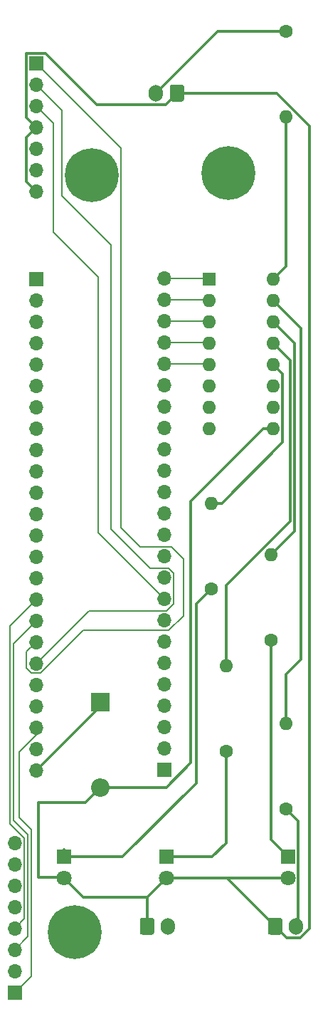
<source format=gtl>
G04 #@! TF.GenerationSoftware,KiCad,Pcbnew,(5.1.10-1-10_14)*
G04 #@! TF.CreationDate,2021-07-19T21:53:09+01:00*
G04 #@! TF.ProjectId,sofbpcb,736f6662-7063-4622-9e6b-696361645f70,1*
G04 #@! TF.SameCoordinates,Original*
G04 #@! TF.FileFunction,Copper,L1,Top*
G04 #@! TF.FilePolarity,Positive*
%FSLAX46Y46*%
G04 Gerber Fmt 4.6, Leading zero omitted, Abs format (unit mm)*
G04 Created by KiCad (PCBNEW (5.1.10-1-10_14)) date 2021-07-19 21:53:09*
%MOMM*%
%LPD*%
G01*
G04 APERTURE LIST*
G04 #@! TA.AperFunction,ComponentPad*
%ADD10C,6.400000*%
G04 #@! TD*
G04 #@! TA.AperFunction,ComponentPad*
%ADD11R,1.700000X1.700000*%
G04 #@! TD*
G04 #@! TA.AperFunction,ComponentPad*
%ADD12O,1.700000X1.700000*%
G04 #@! TD*
G04 #@! TA.AperFunction,ComponentPad*
%ADD13O,1.700000X2.000000*%
G04 #@! TD*
G04 #@! TA.AperFunction,ComponentPad*
%ADD14C,1.600000*%
G04 #@! TD*
G04 #@! TA.AperFunction,ComponentPad*
%ADD15O,1.600000X1.600000*%
G04 #@! TD*
G04 #@! TA.AperFunction,ComponentPad*
%ADD16R,1.600000X1.600000*%
G04 #@! TD*
G04 #@! TA.AperFunction,ComponentPad*
%ADD17R,2.200000X2.200000*%
G04 #@! TD*
G04 #@! TA.AperFunction,ComponentPad*
%ADD18O,2.200000X2.200000*%
G04 #@! TD*
G04 #@! TA.AperFunction,ComponentPad*
%ADD19R,1.800000X1.800000*%
G04 #@! TD*
G04 #@! TA.AperFunction,ComponentPad*
%ADD20C,1.800000*%
G04 #@! TD*
G04 #@! TA.AperFunction,Conductor*
%ADD21C,0.300000*%
G04 #@! TD*
G04 #@! TA.AperFunction,Conductor*
%ADD22C,0.200000*%
G04 #@! TD*
G04 #@! TA.AperFunction,Conductor*
%ADD23C,0.250000*%
G04 #@! TD*
G04 APERTURE END LIST*
D10*
X127754000Y-55246000D03*
X111500000Y-55500000D03*
X109500000Y-145500000D03*
D11*
X104902000Y-42164000D03*
D12*
X104902000Y-44704000D03*
X104902000Y-47244000D03*
X104902000Y-49784000D03*
X104902000Y-52324000D03*
X104902000Y-54864000D03*
X104902000Y-57404000D03*
D13*
X120610000Y-144780000D03*
G04 #@! TA.AperFunction,ComponentPad*
G36*
G01*
X117260000Y-145530000D02*
X117260000Y-144030000D01*
G75*
G02*
X117510000Y-143780000I250000J0D01*
G01*
X118710000Y-143780000D01*
G75*
G02*
X118960000Y-144030000I0J-250000D01*
G01*
X118960000Y-145530000D01*
G75*
G02*
X118710000Y-145780000I-250000J0D01*
G01*
X117510000Y-145780000D01*
G75*
G02*
X117260000Y-145530000I0J250000D01*
G01*
G37*
G04 #@! TD.AperFunction*
G04 #@! TA.AperFunction,ComponentPad*
G36*
G01*
X122516000Y-44970000D02*
X122516000Y-46470000D01*
G75*
G02*
X122266000Y-46720000I-250000J0D01*
G01*
X121066000Y-46720000D01*
G75*
G02*
X120816000Y-46470000I0J250000D01*
G01*
X120816000Y-44970000D01*
G75*
G02*
X121066000Y-44720000I250000J0D01*
G01*
X122266000Y-44720000D01*
G75*
G02*
X122516000Y-44970000I0J-250000D01*
G01*
G37*
G04 #@! TD.AperFunction*
X119166000Y-45720000D03*
G04 #@! TA.AperFunction,ComponentPad*
G36*
G01*
X132500000Y-145530000D02*
X132500000Y-144030000D01*
G75*
G02*
X132750000Y-143780000I250000J0D01*
G01*
X133950000Y-143780000D01*
G75*
G02*
X134200000Y-144030000I0J-250000D01*
G01*
X134200000Y-145530000D01*
G75*
G02*
X133950000Y-145780000I-250000J0D01*
G01*
X132750000Y-145780000D01*
G75*
G02*
X132500000Y-145530000I0J250000D01*
G01*
G37*
G04 #@! TD.AperFunction*
X135850000Y-144780000D03*
D11*
X104902000Y-67818000D03*
D12*
X104902000Y-70358000D03*
X104902000Y-72898000D03*
X104902000Y-75438000D03*
X104902000Y-77978000D03*
X104902000Y-80518000D03*
X104902000Y-83058000D03*
X104902000Y-85598000D03*
X104902000Y-88138000D03*
X104902000Y-90678000D03*
X104902000Y-93218000D03*
X104902000Y-95758000D03*
X104902000Y-98298000D03*
X104902000Y-100838000D03*
X104902000Y-103378000D03*
X104902000Y-105918000D03*
X104902000Y-108458000D03*
X104902000Y-110998000D03*
X104902000Y-113538000D03*
X104902000Y-116078000D03*
X104902000Y-118618000D03*
X104902000Y-121158000D03*
X104902000Y-123698000D03*
X104902000Y-126238000D03*
X120142000Y-67798000D03*
X120142000Y-70338000D03*
X120142000Y-72878000D03*
X120142000Y-75418000D03*
X120142000Y-77958000D03*
X120142000Y-80498000D03*
X120142000Y-83038000D03*
X120142000Y-85578000D03*
X120142000Y-88118000D03*
X120142000Y-90658000D03*
X120142000Y-93198000D03*
X120142000Y-95738000D03*
X120142000Y-98278000D03*
X120142000Y-100818000D03*
X120142000Y-103358000D03*
X120142000Y-105898000D03*
X120142000Y-108438000D03*
X120142000Y-110978000D03*
X120142000Y-113518000D03*
X120142000Y-116058000D03*
X120142000Y-118598000D03*
X120142000Y-121138000D03*
X120142000Y-123678000D03*
D11*
X120142000Y-126218000D03*
D14*
X134620000Y-38354000D03*
D15*
X134620000Y-48514000D03*
X132842000Y-100584000D03*
D14*
X132842000Y-110744000D03*
X127508000Y-123952000D03*
D15*
X127508000Y-113792000D03*
X125730000Y-94488000D03*
D14*
X125730000Y-104648000D03*
X134620000Y-130810000D03*
D15*
X134620000Y-120650000D03*
D16*
X125476000Y-67818000D03*
D15*
X133096000Y-85598000D03*
X125476000Y-70358000D03*
X133096000Y-83058000D03*
X125476000Y-72898000D03*
X133096000Y-80518000D03*
X125476000Y-75438000D03*
X133096000Y-77978000D03*
X125476000Y-77978000D03*
X133096000Y-75438000D03*
X125476000Y-80518000D03*
X133096000Y-72898000D03*
X125476000Y-83058000D03*
X133096000Y-70358000D03*
X125476000Y-85598000D03*
X133096000Y-67818000D03*
D11*
X102362000Y-152654000D03*
D12*
X102362000Y-150114000D03*
X102362000Y-147574000D03*
X102362000Y-145034000D03*
X102362000Y-142494000D03*
X102362000Y-139954000D03*
X102362000Y-137414000D03*
X102362000Y-134874000D03*
D17*
X112522000Y-118110000D03*
D18*
X112522000Y-128270000D03*
D19*
X134874000Y-136500000D03*
D20*
X134874000Y-139040000D03*
X120396000Y-139040000D03*
D19*
X120396000Y-136500000D03*
X108204000Y-136500000D03*
D20*
X108204000Y-139040000D03*
D21*
X112522000Y-118618000D02*
X104902000Y-126238000D01*
X112522000Y-118110000D02*
X112522000Y-118618000D01*
X120610000Y-139254000D02*
X120396000Y-139040000D01*
X118110000Y-141326000D02*
X120396000Y-139040000D01*
X127610000Y-139040000D02*
X133350000Y-144780000D01*
X120396000Y-139040000D02*
X127610000Y-139040000D01*
X120396000Y-139040000D02*
X134874000Y-139040000D01*
X110744000Y-130048000D02*
X112522000Y-128270000D01*
X105156000Y-130048000D02*
X110744000Y-130048000D01*
X108102000Y-138938000D02*
X108204000Y-139040000D01*
X105156000Y-138938000D02*
X108102000Y-138938000D01*
X105156000Y-138938000D02*
X105156000Y-130048000D01*
X136347060Y-146130010D02*
X137414000Y-145063070D01*
X134700010Y-146130010D02*
X136347060Y-146130010D01*
X133350000Y-144780000D02*
X134700010Y-146130010D01*
X137414000Y-49605998D02*
X133528002Y-45720000D01*
X137414000Y-145063070D02*
X137414000Y-49605998D01*
X133528002Y-45720000D02*
X121666000Y-45720000D01*
X103701999Y-48583999D02*
X104902000Y-49784000D01*
X103701999Y-41033999D02*
X103701999Y-48583999D01*
X103771999Y-40963999D02*
X103701999Y-41033999D01*
X112138012Y-47070010D02*
X106032001Y-40963999D01*
X120315990Y-47070010D02*
X112138012Y-47070010D01*
X106032001Y-40963999D02*
X103771999Y-40963999D01*
X121666000Y-45720000D02*
X120315990Y-47070010D01*
X131964630Y-85598000D02*
X123328630Y-94234000D01*
X133096000Y-85598000D02*
X131964630Y-85598000D01*
X120420002Y-128270000D02*
X112522000Y-128270000D01*
X123328630Y-125361372D02*
X120420002Y-128270000D01*
X123328630Y-94234000D02*
X123328630Y-125361372D01*
X103701999Y-56203999D02*
X104902000Y-57404000D01*
X103701999Y-50984001D02*
X103701999Y-56203999D01*
X104902000Y-49784000D02*
X103701999Y-50984001D01*
X118110000Y-144780000D02*
X118110000Y-141326000D01*
X110490000Y-141326000D02*
X108204000Y-139040000D01*
X118110000Y-141326000D02*
X110490000Y-141326000D01*
X132842000Y-134468000D02*
X134874000Y-136500000D01*
X132842000Y-110744000D02*
X132842000Y-134468000D01*
X120396000Y-136500000D02*
X125882000Y-136500000D01*
X127508000Y-134874000D02*
X127508000Y-123952000D01*
X125882000Y-136500000D02*
X127508000Y-134874000D01*
X108204000Y-136500000D02*
X108204000Y-135636000D01*
X123952000Y-106426000D02*
X125730000Y-104648000D01*
X123952000Y-127762000D02*
X123952000Y-106426000D01*
X115214000Y-136500000D02*
X123952000Y-127762000D01*
X108204000Y-136500000D02*
X115214000Y-136500000D01*
D22*
X115000001Y-52262001D02*
X115000001Y-97378003D01*
X104902000Y-42164000D02*
X115000001Y-52262001D01*
X117289997Y-99667999D02*
X121003999Y-99667999D01*
X115000001Y-97378003D02*
X117289997Y-99667999D01*
X121003999Y-99667999D02*
X122428000Y-101092000D01*
X122428000Y-107854002D02*
X120694001Y-109588001D01*
X122428000Y-101092000D02*
X122428000Y-107854002D01*
X103751999Y-112148001D02*
X104902000Y-110998000D01*
X104349999Y-114688001D02*
X103751999Y-114090001D01*
X105454001Y-114688001D02*
X104349999Y-114688001D01*
X103751999Y-114090001D02*
X103751999Y-112148001D01*
X110554001Y-109588001D02*
X105454001Y-114688001D01*
X120694001Y-109588001D02*
X110554001Y-109588001D01*
X104902000Y-44704000D02*
X107950000Y-47752000D01*
X107950000Y-47752000D02*
X107950000Y-57912000D01*
X107950000Y-57912000D02*
X113792000Y-63754000D01*
X113792000Y-63754000D02*
X113792000Y-97536000D01*
X121292001Y-106450001D02*
X120454003Y-107287999D01*
X121292001Y-102805999D02*
X121292001Y-106450001D01*
X120694001Y-102207999D02*
X121292001Y-102805999D01*
X118463999Y-102207999D02*
X120694001Y-102207999D01*
X113792000Y-97536000D02*
X118463999Y-102207999D01*
X111152001Y-107287999D02*
X104902000Y-113538000D01*
X120454003Y-107287999D02*
X111152001Y-107287999D01*
X104902000Y-47244000D02*
X106934000Y-49276000D01*
X106934000Y-49276000D02*
X106934000Y-62230000D01*
X106934000Y-62230000D02*
X112268000Y-67564000D01*
X112268000Y-98024000D02*
X120142000Y-105898000D01*
X112268000Y-67564000D02*
X112268000Y-98024000D01*
X104312021Y-150703979D02*
X102362000Y-152654000D01*
X104312021Y-133268021D02*
X104312021Y-150703979D01*
X102870000Y-131826000D02*
X104312021Y-133268021D01*
X104902000Y-121995998D02*
X104902000Y-121158000D01*
X102870000Y-124027998D02*
X104902000Y-121995998D01*
X102870000Y-131826000D02*
X102870000Y-124027998D01*
X103912011Y-133884011D02*
X102178012Y-132150012D01*
X103912011Y-146023989D02*
X103912011Y-133884011D01*
X102362000Y-147574000D02*
X103912011Y-146023989D01*
X102178012Y-111181988D02*
X104902000Y-108458000D01*
X102178012Y-132150012D02*
X102178012Y-111181988D01*
D23*
X104140000Y-105918000D02*
X104902000Y-105918000D01*
D22*
X103512001Y-134321999D02*
X101778002Y-132588000D01*
X103512001Y-143883999D02*
X103512001Y-134321999D01*
X102362000Y-145034000D02*
X103512001Y-143883999D01*
X101778002Y-109041998D02*
X104902000Y-105918000D01*
X101778002Y-132588000D02*
X101778002Y-109041998D01*
D21*
X136124001Y-144505999D02*
X135850000Y-144780000D01*
X136124001Y-132314001D02*
X136124001Y-144505999D01*
X134620000Y-130810000D02*
X136124001Y-132314001D01*
D22*
X125456000Y-67798000D02*
X125476000Y-67818000D01*
X120142000Y-67798000D02*
X125456000Y-67798000D01*
X125456000Y-72878000D02*
X125476000Y-72898000D01*
X120142000Y-72878000D02*
X125456000Y-72878000D01*
X125456000Y-75418000D02*
X125476000Y-75438000D01*
X120142000Y-75418000D02*
X125456000Y-75418000D01*
X125456000Y-77958000D02*
X125476000Y-77978000D01*
X120142000Y-77958000D02*
X125456000Y-77958000D01*
X125456000Y-70338000D02*
X125476000Y-70358000D01*
X120142000Y-70338000D02*
X125456000Y-70338000D01*
D21*
X133096000Y-72898000D02*
X135636000Y-75438000D01*
X135636000Y-97790000D02*
X132842000Y-100584000D01*
X135636000Y-75438000D02*
X135636000Y-97790000D01*
X133096000Y-75438000D02*
X135135990Y-77477990D01*
X135135990Y-96588008D02*
X127508000Y-104215998D01*
X127508000Y-104215998D02*
X127508000Y-113792000D01*
X135135990Y-77477990D02*
X135135990Y-96588008D01*
X134246001Y-79128001D02*
X133096000Y-77978000D01*
X134246001Y-87241999D02*
X134246001Y-79128001D01*
X127000000Y-94488000D02*
X134246001Y-87241999D01*
X125730000Y-94488000D02*
X127000000Y-94488000D01*
X134620000Y-120650000D02*
X134620000Y-114808000D01*
X134620000Y-114808000D02*
X136398000Y-113030000D01*
X136398000Y-73660000D02*
X133096000Y-70358000D01*
X136398000Y-113030000D02*
X136398000Y-73660000D01*
X134620000Y-66294000D02*
X133096000Y-67818000D01*
X134620000Y-48514000D02*
X134620000Y-66294000D01*
X126532000Y-38354000D02*
X134620000Y-38354000D01*
X119166000Y-45720000D02*
X126532000Y-38354000D01*
M02*

</source>
